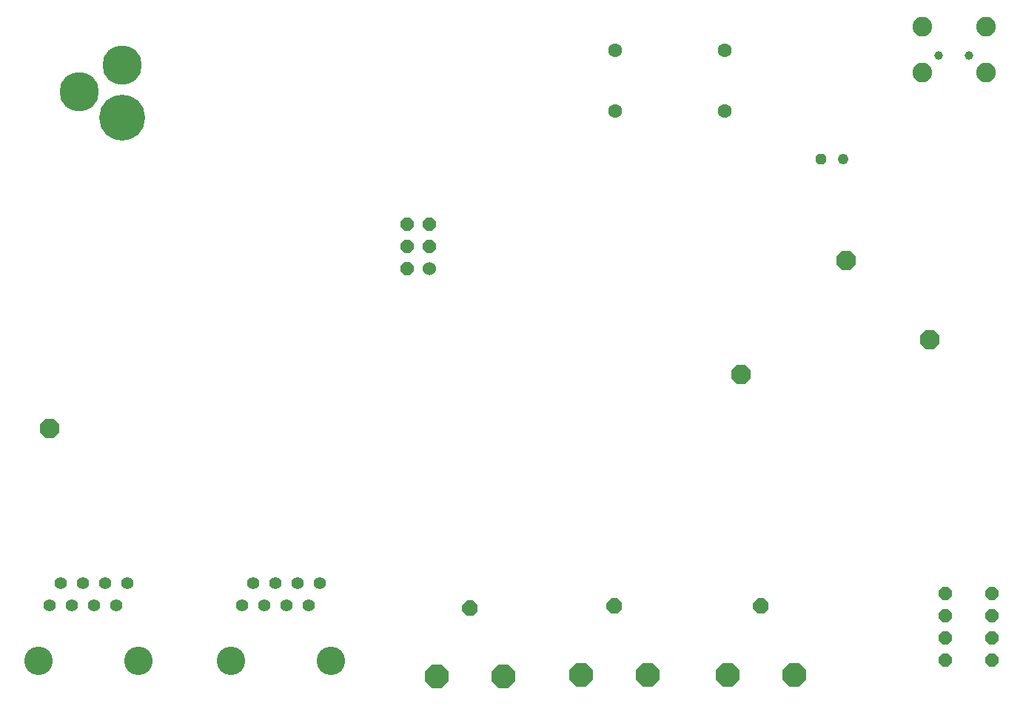
<source format=gbr>
G04 EAGLE Gerber RS-274X export*
G75*
%MOMM*%
%FSLAX34Y34*%
%LPD*%
%INSoldermask Bottom*%
%IPPOS*%
%AMOC8*
5,1,8,0,0,1.08239X$1,22.5*%
G01*
%ADD10P,1.924489X8X22.500000*%
%ADD11P,2.927973X8X22.500000*%
%ADD12C,1.600000*%
%ADD13C,2.250000*%
%ADD14C,1.000000*%
%ADD15P,1.649562X8X112.500000*%
%ADD16P,2.336880X8X22.500000*%
%ADD17C,1.524000*%
%ADD18P,1.319650X8X202.500000*%
%ADD19C,1.219200*%
%ADD20C,1.400000*%
%ADD21C,3.251200*%
%ADD22C,5.250000*%
%ADD23C,4.500000*%


D10*
X741844Y123952D03*
D11*
X703744Y45974D03*
X779944Y45974D03*
D10*
X909484Y123952D03*
D11*
X871384Y45974D03*
X947584Y45974D03*
D10*
X576236Y121920D03*
D11*
X538136Y43942D03*
X614336Y43942D03*
D12*
X867536Y760484D03*
X867536Y690484D03*
X742536Y760484D03*
X742536Y690484D03*
D13*
X1166300Y787480D03*
X1093300Y787480D03*
X1093300Y734480D03*
X1166300Y734480D03*
D14*
X1147300Y754480D03*
X1112300Y754480D03*
D15*
X1173200Y87630D03*
X1173200Y138430D03*
X1173200Y62230D03*
X1173200Y113030D03*
X1119900Y87630D03*
X1119900Y138430D03*
X1119900Y62230D03*
X1119900Y113030D03*
D16*
X95420Y327900D03*
X1101852Y429260D03*
D17*
X529604Y510492D03*
D15*
X504204Y510492D03*
X529604Y535892D03*
X504204Y535892D03*
X529604Y561292D03*
X504204Y561292D03*
D16*
X886366Y389382D03*
X1006602Y519938D03*
D18*
X977406Y635896D03*
D19*
X1002806Y635896D03*
D20*
X95550Y125500D03*
X108250Y150900D03*
X120950Y125500D03*
X133650Y150900D03*
X146350Y125500D03*
X159050Y150900D03*
X171750Y125500D03*
X184450Y150900D03*
D21*
X82850Y62000D03*
X197150Y62000D03*
D20*
X315550Y125500D03*
X328250Y150900D03*
X340950Y125500D03*
X353650Y150900D03*
X366350Y125500D03*
X379050Y150900D03*
X391750Y125500D03*
X404450Y150900D03*
D21*
X302850Y62000D03*
X417150Y62000D03*
D22*
X178680Y683484D03*
D23*
X178680Y743484D03*
X129680Y712984D03*
M02*

</source>
